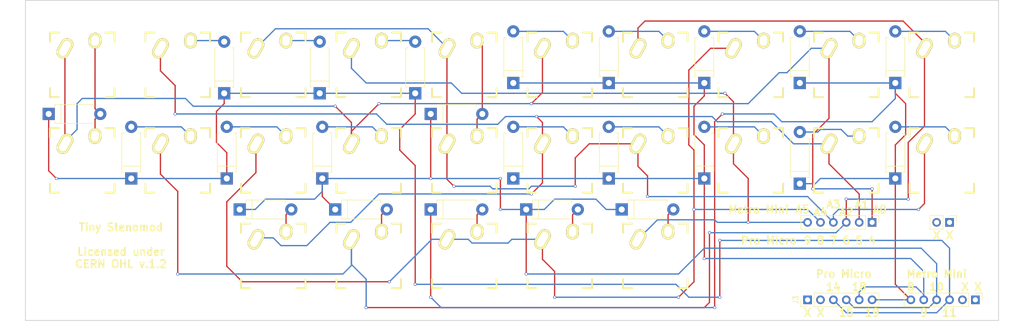
<source format=kicad_pcb>
(kicad_pcb (version 4) (host pcbnew 4.0.7)
  (layers (0 F.Cu signal) (31 B.Cu signal) (34 B.Paste user) (35 F.Paste user) (36 B.SilkS user) (37 F.SilkS user) (38 B.Mask user) (39 F.Mask user) (44 Edge.Cuts user))
  (net 0 "")
  (net 1 "Net-(D1-Pad1)")
  (net 2 "Net-(D1-Pad2)")
  (net 3 "Net-(D2-Pad2)")
  (net 4 "Net-(D13-Pad1)")
  (net 5 "Net-(D3-Pad2)")
  (net 6 "Net-(D4-Pad2)")
  (net 7 "Net-(D5-Pad2)")
  (net 8 "Net-(D21-Pad1)")
  (net 9 "Net-(D6-Pad2)")
  (net 10 "Net-(D7-Pad2)")
  (net 11 "Net-(D8-Pad2)")
  (net 12 "Net-(D9-Pad2)")
  (net 13 "Net-(D10-Pad1)")
  (net 14 "Net-(D10-Pad2)")
  (net 15 "Net-(D11-Pad2)")
  (net 16 "Net-(D12-Pad2)")
  (net 17 "Net-(D13-Pad2)")
  (net 18 "Net-(D14-Pad2)")
  (net 19 "Net-(D15-Pad2)")
  (net 20 "Net-(D16-Pad2)")
  (net 21 "Net-(D17-Pad2)")
  (net 22 "Net-(D18-Pad2)")
  (net 23 "Net-(D19-Pad2)")
  (net 24 "Net-(D20-Pad2)")
  (net 25 "Net-(D21-Pad2)")
  (net 26 "Net-(D22-Pad2)")
  (net 27 "Net-(D23-Pad2)")
  (net 28 "Net-(J1-Pad1)")
  (net 29 "Net-(J1-Pad2)")
  (net 30 "Net-(J1-Pad3)")
  (net 31 "Net-(J1-Pad4)")
  (net 32 "Net-(J1-Pad5)")
  (net 33 "Net-(J1-Pad6)")
  (net 34 "Net-(J2-Pad1)")
  (net 35 "Net-(J2-Pad2)")
  (net 36 "Net-(J3-Pad1)")
  (net 37 "Net-(J3-Pad2)")
  (module Mounting_Holes:MountingHole_2.5mm (layer F.Cu) (at 131.064 92.456)
    (fp_text reference REF** hide)
    (fp_text value MountingHole_2.5mm)
    (pad 1 np_thru_hole circle (at 0 0) (size 2.5 2.5) (drill 2.5) (layers *.Cu *.Mask))
  )
  (module Mounting_Holes:MountingHole_2.5mm (layer F.Cu) (at 195.072 124.46)
    (fp_text reference REF** hide)
    (fp_text value MountingHole_2.5mm)
    (pad 1 np_thru_hole circle (at 0 0) (size 2.5 2.5) (drill 2.5) (layers *.Cu *.Mask))
  )
  (module Mounting_Holes:MountingHole_2.5mm (layer F.Cu) (at 57.404 124.46)
    (fp_text reference REF** hide)
    (fp_text value MountingHole_2.5mm)
    (pad 1 np_thru_hole circle (at 0 0) (size 2.5 2.5) (drill 2.5) (layers *.Cu *.Mask))
  )
  (module Mounting_Holes:MountingHole_2.5mm (layer F.Cu) (at 57.404 67.564)
    (fp_text reference REF** hide)
    (fp_text value MountingHole_2.5mm)
    (pad 1 np_thru_hole circle (at 0 0) (size 2.5 2.5) (drill 2.5) (layers *.Cu *.Mask))
  )
  (module Diodes_ThroughHole:D_DO-15_P10.16mm_Horizontal (layer F.Cu) (at 171.704 105.664)
    (fp_text reference D1 hide)
    (fp_text value D)
    (pad 1 thru_hole rect (at 0 0) (size 2.4 2.4) (drill 1.2) (layers *.Cu *.Mask) (net 1 "Net-(D1-Pad1)"))
    (pad 2 thru_hole oval (at 10.16 0) (size 2.4 2.4) (drill 1.2) (layers *.Cu *.Mask) (net 2 "Net-(D1-Pad2)"))
  )
  (module Diodes_ThroughHole:D_DO-15_P10.16mm_Horizontal (layer F.Cu) (at 152.908 105.664)
    (fp_text reference D2 hide)
    (fp_text value D)
    (pad 1 thru_hole rect (at 0 0) (size 2.4 2.4) (drill 1.2) (layers *.Cu *.Mask) (net 1 "Net-(D1-Pad1)"))
    (pad 2 thru_hole oval (at 10.16 0) (size 2.4 2.4) (drill 1.2) (layers *.Cu *.Mask) (net 3 "Net-(D2-Pad2)"))
  )
  (module Diodes_ThroughHole:D_DO-15_P10.16mm_Horizontal (layer F.Cu) (at 134.112 105.664)
    (fp_text reference D3 hide)
    (fp_text value D)
    (pad 1 thru_hole rect (at 0 0) (size 2.4 2.4) (drill 1.2) (layers *.Cu *.Mask) (net 4 "Net-(D13-Pad1)"))
    (pad 2 thru_hole oval (at 10.16 0) (size 2.4 2.4) (drill 1.2) (layers *.Cu *.Mask) (net 5 "Net-(D3-Pad2)"))
  )
  (module Diodes_ThroughHole:D_DO-15_P10.16mm_Horizontal (layer F.Cu) (at 115.316 105.664)
    (fp_text reference D4 hide)
    (fp_text value D)
    (pad 1 thru_hole rect (at 0 0) (size 2.4 2.4) (drill 1.2) (layers *.Cu *.Mask) (net 1 "Net-(D1-Pad1)"))
    (pad 2 thru_hole oval (at 10.16 0) (size 2.4 2.4) (drill 1.2) (layers *.Cu *.Mask) (net 6 "Net-(D4-Pad2)"))
  )
  (module Diodes_ThroughHole:D_DO-15_P10.16mm_Horizontal (layer F.Cu) (at 96.52 105.664)
    (fp_text reference D5 hide)
    (fp_text value D)
    (pad 1 thru_hole rect (at 0 0) (size 2.4 2.4) (drill 1.2) (layers *.Cu *.Mask) (net 1 "Net-(D1-Pad1)"))
    (pad 2 thru_hole oval (at 10.16 0) (size 2.4 2.4) (drill 1.2) (layers *.Cu *.Mask) (net 7 "Net-(D5-Pad2)"))
  )
  (module Diodes_ThroughHole:D_DO-15_P10.16mm_Horizontal (layer F.Cu) (at 58.928 86.868)
    (fp_text reference D6 hide)
    (fp_text value D)
    (pad 1 thru_hole rect (at 0 0) (size 2.4 2.4) (drill 1.2) (layers *.Cu *.Mask) (net 8 "Net-(D21-Pad1)"))
    (pad 2 thru_hole oval (at 10.16 0) (size 2.4 2.4) (drill 1.2) (layers *.Cu *.Mask) (net 9 "Net-(D6-Pad2)"))
  )
  (module Diodes_ThroughHole:D_DO-15_P10.16mm_Horizontal (layer F.Cu) (at 75.184 99.568 90)
    (fp_text reference D7 hide)
    (fp_text value D)
    (pad 1 thru_hole rect (at 0 0 90) (size 2.4 2.4) (drill 1.2) (layers *.Cu *.Mask) (net 8 "Net-(D21-Pad1)"))
    (pad 2 thru_hole oval (at 10.16 0 90) (size 2.4 2.4) (drill 1.2) (layers *.Cu *.Mask) (net 10 "Net-(D7-Pad2)"))
  )
  (module Diodes_ThroughHole:D_DO-15_P10.16mm_Horizontal (layer F.Cu) (at 93.98 99.568 90)
    (fp_text reference D8 hide)
    (fp_text value D)
    (pad 1 thru_hole rect (at 0 0 90) (size 2.4 2.4) (drill 1.2) (layers *.Cu *.Mask) (net 8 "Net-(D21-Pad1)"))
    (pad 2 thru_hole oval (at 10.16 0 90) (size 2.4 2.4) (drill 1.2) (layers *.Cu *.Mask) (net 11 "Net-(D8-Pad2)"))
  )
  (module Diodes_ThroughHole:D_DO-15_P10.16mm_Horizontal (layer F.Cu) (at 112.776 99.568 90)
    (fp_text reference D9 hide)
    (fp_text value D)
    (pad 1 thru_hole rect (at 0 0 90) (size 2.4 2.4) (drill 1.2) (layers *.Cu *.Mask) (net 1 "Net-(D1-Pad1)"))
    (pad 2 thru_hole oval (at 10.16 0 90) (size 2.4 2.4) (drill 1.2) (layers *.Cu *.Mask) (net 12 "Net-(D9-Pad2)"))
  )
  (module Diodes_ThroughHole:D_DO-15_P10.16mm_Horizontal (layer F.Cu) (at 150.368 99.568 90)
    (fp_text reference D10 hide)
    (fp_text value D)
    (pad 1 thru_hole rect (at 0 0 90) (size 2.4 2.4) (drill 1.2) (layers *.Cu *.Mask) (net 13 "Net-(D10-Pad1)"))
    (pad 2 thru_hole oval (at 10.16 0 90) (size 2.4 2.4) (drill 1.2) (layers *.Cu *.Mask) (net 14 "Net-(D10-Pad2)"))
  )
  (module Diodes_ThroughHole:D_DO-15_P10.16mm_Horizontal (layer F.Cu) (at 169.164 99.568 90)
    (fp_text reference D11 hide)
    (fp_text value D)
    (pad 1 thru_hole rect (at 0 0 90) (size 2.4 2.4) (drill 1.2) (layers *.Cu *.Mask) (net 13 "Net-(D10-Pad1)"))
    (pad 2 thru_hole oval (at 10.16 0 90) (size 2.4 2.4) (drill 1.2) (layers *.Cu *.Mask) (net 15 "Net-(D11-Pad2)"))
  )
  (module Diodes_ThroughHole:D_DO-15_P10.16mm_Horizontal (layer F.Cu) (at 187.96 99.568 90)
    (fp_text reference D12 hide)
    (fp_text value D)
    (pad 1 thru_hole rect (at 0 0 90) (size 2.4 2.4) (drill 1.2) (layers *.Cu *.Mask) (net 13 "Net-(D10-Pad1)"))
    (pad 2 thru_hole oval (at 10.16 0 90) (size 2.4 2.4) (drill 1.2) (layers *.Cu *.Mask) (net 16 "Net-(D12-Pad2)"))
  )
  (module Diodes_ThroughHole:D_DO-15_P10.16mm_Horizontal (layer F.Cu) (at 206.756 100.584 90)
    (fp_text reference D13 hide)
    (fp_text value D)
    (pad 1 thru_hole rect (at 0 0 90) (size 2.4 2.4) (drill 1.2) (layers *.Cu *.Mask) (net 4 "Net-(D13-Pad1)"))
    (pad 2 thru_hole oval (at 10.16 0 90) (size 2.4 2.4) (drill 1.2) (layers *.Cu *.Mask) (net 17 "Net-(D13-Pad2)"))
  )
  (module Diodes_ThroughHole:D_DO-15_P10.16mm_Horizontal (layer F.Cu) (at 225.552 99.568 90)
    (fp_text reference D14 hide)
    (fp_text value D)
    (pad 1 thru_hole rect (at 0 0 90) (size 2.4 2.4) (drill 1.2) (layers *.Cu *.Mask) (net 4 "Net-(D13-Pad1)"))
    (pad 2 thru_hole oval (at 10.16 0 90) (size 2.4 2.4) (drill 1.2) (layers *.Cu *.Mask) (net 18 "Net-(D14-Pad2)"))
  )
  (module Diodes_ThroughHole:D_DO-15_P10.16mm_Horizontal (layer F.Cu) (at 225.552 80.772 90)
    (fp_text reference D15 hide)
    (fp_text value D)
    (pad 1 thru_hole rect (at 0 0 90) (size 2.4 2.4) (drill 1.2) (layers *.Cu *.Mask) (net 4 "Net-(D13-Pad1)"))
    (pad 2 thru_hole oval (at 10.16 0 90) (size 2.4 2.4) (drill 1.2) (layers *.Cu *.Mask) (net 19 "Net-(D15-Pad2)"))
  )
  (module Diodes_ThroughHole:D_DO-15_P10.16mm_Horizontal (layer F.Cu) (at 206.756 80.772 90)
    (fp_text reference D16 hide)
    (fp_text value D)
    (pad 1 thru_hole rect (at 0 0 90) (size 2.4 2.4) (drill 1.2) (layers *.Cu *.Mask) (net 4 "Net-(D13-Pad1)"))
    (pad 2 thru_hole oval (at 10.16 0 90) (size 2.4 2.4) (drill 1.2) (layers *.Cu *.Mask) (net 20 "Net-(D16-Pad2)"))
  )
  (module Diodes_ThroughHole:D_DO-15_P10.16mm_Horizontal (layer F.Cu) (at 187.96 80.772 90)
    (fp_text reference D17 hide)
    (fp_text value D)
    (pad 1 thru_hole rect (at 0 0 90) (size 2.4 2.4) (drill 1.2) (layers *.Cu *.Mask) (net 13 "Net-(D10-Pad1)"))
    (pad 2 thru_hole oval (at 10.16 0 90) (size 2.4 2.4) (drill 1.2) (layers *.Cu *.Mask) (net 21 "Net-(D17-Pad2)"))
  )
  (module Diodes_ThroughHole:D_DO-15_P10.16mm_Horizontal (layer F.Cu) (at 169.164 80.772 90)
    (fp_text reference D18 hide)
    (fp_text value D)
    (pad 1 thru_hole rect (at 0 0 90) (size 2.4 2.4) (drill 1.2) (layers *.Cu *.Mask) (net 13 "Net-(D10-Pad1)"))
    (pad 2 thru_hole oval (at 10.16 0 90) (size 2.4 2.4) (drill 1.2) (layers *.Cu *.Mask) (net 22 "Net-(D18-Pad2)"))
  )
  (module Diodes_ThroughHole:D_DO-15_P10.16mm_Horizontal (layer F.Cu) (at 150.368 80.772 90)
    (fp_text reference D19 hide)
    (fp_text value D)
    (pad 1 thru_hole rect (at 0 0 90) (size 2.4 2.4) (drill 1.2) (layers *.Cu *.Mask) (net 13 "Net-(D10-Pad1)"))
    (pad 2 thru_hole oval (at 10.16 0 90) (size 2.4 2.4) (drill 1.2) (layers *.Cu *.Mask) (net 23 "Net-(D19-Pad2)"))
  )
  (module Diodes_ThroughHole:D_DO-15_P10.16mm_Horizontal (layer F.Cu) (at 134.112 86.868)
    (fp_text reference D20 hide)
    (fp_text value D)
    (pad 1 thru_hole rect (at 0 0) (size 2.4 2.4) (drill 1.2) (layers *.Cu *.Mask) (net 1 "Net-(D1-Pad1)"))
    (pad 2 thru_hole oval (at 10.16 0) (size 2.4 2.4) (drill 1.2) (layers *.Cu *.Mask) (net 24 "Net-(D20-Pad2)"))
  )
  (module Diodes_ThroughHole:D_DO-15_P10.16mm_Horizontal (layer F.Cu) (at 131.064 82.804 90)
    (fp_text reference D21 hide)
    (fp_text value D)
    (pad 1 thru_hole rect (at 0 0 90) (size 2.4 2.4) (drill 1.2) (layers *.Cu *.Mask) (net 8 "Net-(D21-Pad1)"))
    (pad 2 thru_hole oval (at 10.16 0 90) (size 2.4 2.4) (drill 1.2) (layers *.Cu *.Mask) (net 25 "Net-(D21-Pad2)"))
  )
  (module Diodes_ThroughHole:D_DO-15_P10.16mm_Horizontal (layer F.Cu) (at 112.268 82.804 90)
    (fp_text reference D22 hide)
    (fp_text value D)
    (pad 1 thru_hole rect (at 0 0 90) (size 2.4 2.4) (drill 1.2) (layers *.Cu *.Mask) (net 8 "Net-(D21-Pad1)"))
    (pad 2 thru_hole oval (at 10.16 0 90) (size 2.4 2.4) (drill 1.2) (layers *.Cu *.Mask) (net 26 "Net-(D22-Pad2)"))
  )
  (module Diodes_ThroughHole:D_DO-15_P10.16mm_Horizontal (layer F.Cu) (at 93.472 82.804 90)
    (fp_text reference D23 hide)
    (fp_text value D)
    (pad 1 thru_hole rect (at 0 0 90) (size 2.4 2.4) (drill 1.2) (layers *.Cu *.Mask) (net 8 "Net-(D21-Pad1)"))
    (pad 2 thru_hole oval (at 10.16 0 90) (size 2.4 2.4) (drill 1.2) (layers *.Cu *.Mask) (net 27 "Net-(D23-Pad2)"))
  )
  (module Pin_Headers:Pin_Header_Straight_1x06_Pitch2.54mm (layer F.Cu) (at 220.98 108.204 270)
    (fp_text reference J1 hide)
    (fp_text value Conn_01x06)
    (pad 1 thru_hole rect (at 0 0 270) (size 1.7 1.7) (drill 1) (layers *.Cu *.Mask) (net 28 "Net-(J1-Pad1)"))
    (pad 2 thru_hole oval (at 0 2.54 270) (size 1.7 1.7) (drill 1) (layers *.Cu *.Mask) (net 29 "Net-(J1-Pad2)"))
    (pad 3 thru_hole oval (at 0 5.08 270) (size 1.7 1.7) (drill 1) (layers *.Cu *.Mask) (net 30 "Net-(J1-Pad3)"))
    (pad 4 thru_hole oval (at 0 7.62 270) (size 1.7 1.7) (drill 1) (layers *.Cu *.Mask) (net 31 "Net-(J1-Pad4)"))
    (pad 5 thru_hole oval (at 0 10.16 270) (size 1.7 1.7) (drill 1) (layers *.Cu *.Mask) (net 32 "Net-(J1-Pad5)"))
    (pad 6 thru_hole oval (at 0 12.7 270) (size 1.7 1.7) (drill 1) (layers *.Cu *.Mask) (net 33 "Net-(J1-Pad6)"))
  )
  (module Pin_Headers:Pin_Header_Straight_1x06_Pitch2.54mm (layer F.Cu) (at 241.3 123.444 270)
    (fp_text reference J2 hide)
    (fp_text value Conn_01x06)
    (pad 1 thru_hole rect (at 0 0 270) (size 1.7 1.7) (drill 1) (layers *.Cu *.Mask) (net 34 "Net-(J2-Pad1)"))
    (pad 2 thru_hole oval (at 0 2.54 270) (size 1.7 1.7) (drill 1) (layers *.Cu *.Mask) (net 35 "Net-(J2-Pad2)"))
    (pad 3 thru_hole oval (at 0 5.08 270) (size 1.7 1.7) (drill 1) (layers *.Cu *.Mask) (net 8 "Net-(D21-Pad1)"))
    (pad 4 thru_hole oval (at 0 7.62 270) (size 1.7 1.7) (drill 1) (layers *.Cu *.Mask) (net 1 "Net-(D1-Pad1)"))
    (pad 5 thru_hole oval (at 0 10.16 270) (size 1.7 1.7) (drill 1) (layers *.Cu *.Mask) (net 13 "Net-(D10-Pad1)"))
    (pad 6 thru_hole oval (at 0 12.7 270) (size 1.7 1.7) (drill 1) (layers *.Cu *.Mask) (net 4 "Net-(D13-Pad1)"))
  )
  (module keebs:Mx_Alps_100 (layer F.Cu) (at 178.308 114.808)
    (fp_text reference K1 hide)
    (fp_text value KEYSW hide)
    (pad HOLE np_thru_hole circle (at 0 0) (size 3.9878 3.9878) (drill 3.9878) (layers *.Cu))
    (pad HOLE np_thru_hole circle (at -5.08 0) (size 1.7018 1.7018) (drill 1.7018) (layers *.Cu))
    (pad HOLE np_thru_hole circle (at 5.08 0) (size 1.7018 1.7018) (drill 1.7018) (layers *.Cu))
    (pad 1 thru_hole oval (at -3.405 -3.27 330.95) (size 2.5 4.17) (drill oval 1.5 3.17) (layers *.Cu *.Mask F.SilkS) (net 33 "Net-(J1-Pad6)"))
    (pad 2 thru_hole oval (at 2.52 -4.79 356.1) (size 2.5 3.08) (drill oval 1.5 2.08) (layers *.Cu *.Mask F.SilkS) (net 2 "Net-(D1-Pad2)"))
  )
  (module keebs:Mx_Alps_100 (layer F.Cu) (at 159.512 114.808)
    (fp_text reference K2 hide)
    (fp_text value KEYSW hide)
    (pad HOLE np_thru_hole circle (at 0 0) (size 3.9878 3.9878) (drill 3.9878) (layers *.Cu))
    (pad HOLE np_thru_hole circle (at -5.08 0) (size 1.7018 1.7018) (drill 1.7018) (layers *.Cu))
    (pad HOLE np_thru_hole circle (at 5.08 0) (size 1.7018 1.7018) (drill 1.7018) (layers *.Cu))
    (pad 1 thru_hole oval (at -3.405 -3.27 330.95) (size 2.5 4.17) (drill oval 1.5 3.17) (layers *.Cu *.Mask F.SilkS) (net 32 "Net-(J1-Pad5)"))
    (pad 2 thru_hole oval (at 2.52 -4.79 356.1) (size 2.5 3.08) (drill oval 1.5 2.08) (layers *.Cu *.Mask F.SilkS) (net 3 "Net-(D2-Pad2)"))
  )
  (module keebs:Mx_Alps_100 (layer F.Cu) (at 140.716 114.808)
    (fp_text reference K3 hide)
    (fp_text value KEYSW hide)
    (pad HOLE np_thru_hole circle (at 0 0) (size 3.9878 3.9878) (drill 3.9878) (layers *.Cu))
    (pad HOLE np_thru_hole circle (at -5.08 0) (size 1.7018 1.7018) (drill 1.7018) (layers *.Cu))
    (pad HOLE np_thru_hole circle (at 5.08 0) (size 1.7018 1.7018) (drill 1.7018) (layers *.Cu))
    (pad 1 thru_hole oval (at -3.405 -3.27 330.95) (size 2.5 4.17) (drill oval 1.5 3.17) (layers *.Cu *.Mask F.SilkS) (net 32 "Net-(J1-Pad5)"))
    (pad 2 thru_hole oval (at 2.52 -4.79 356.1) (size 2.5 3.08) (drill oval 1.5 2.08) (layers *.Cu *.Mask F.SilkS) (net 5 "Net-(D3-Pad2)"))
  )
  (module keebs:Mx_Alps_100 (layer F.Cu) (at 121.92 114.808)
    (fp_text reference K4 hide)
    (fp_text value KEYSW hide)
    (pad HOLE np_thru_hole circle (at 0 0) (size 3.9878 3.9878) (drill 3.9878) (layers *.Cu))
    (pad HOLE np_thru_hole circle (at -5.08 0) (size 1.7018 1.7018) (drill 1.7018) (layers *.Cu))
    (pad HOLE np_thru_hole circle (at 5.08 0) (size 1.7018 1.7018) (drill 1.7018) (layers *.Cu))
    (pad 1 thru_hole oval (at -3.405 -3.27 330.95) (size 2.5 4.17) (drill oval 1.5 3.17) (layers *.Cu *.Mask F.SilkS) (net 30 "Net-(J1-Pad3)"))
    (pad 2 thru_hole oval (at 2.52 -4.79 356.1) (size 2.5 3.08) (drill oval 1.5 2.08) (layers *.Cu *.Mask F.SilkS) (net 6 "Net-(D4-Pad2)"))
  )
  (module keebs:Mx_Alps_100 (layer F.Cu) (at 103.124 114.808)
    (fp_text reference K5 hide)
    (fp_text value KEYSW hide)
    (pad HOLE np_thru_hole circle (at 0 0) (size 3.9878 3.9878) (drill 3.9878) (layers *.Cu))
    (pad HOLE np_thru_hole circle (at -5.08 0) (size 1.7018 1.7018) (drill 1.7018) (layers *.Cu))
    (pad HOLE np_thru_hole circle (at 5.08 0) (size 1.7018 1.7018) (drill 1.7018) (layers *.Cu))
    (pad 1 thru_hole oval (at -3.405 -3.27 330.95) (size 2.5 4.17) (drill oval 1.5 3.17) (layers *.Cu *.Mask F.SilkS) (net 29 "Net-(J1-Pad2)"))
    (pad 2 thru_hole oval (at 2.52 -4.79 356.1) (size 2.5 3.08) (drill oval 1.5 2.08) (layers *.Cu *.Mask F.SilkS) (net 7 "Net-(D5-Pad2)"))
  )
  (module keebs:Mx_Alps_100 (layer F.Cu) (at 65.532 96.012)
    (fp_text reference K6 hide)
    (fp_text value KEYSW hide)
    (pad HOLE np_thru_hole circle (at 0 0) (size 3.9878 3.9878) (drill 3.9878) (layers *.Cu))
    (pad HOLE np_thru_hole circle (at -5.08 0) (size 1.7018 1.7018) (drill 1.7018) (layers *.Cu))
    (pad HOLE np_thru_hole circle (at 5.08 0) (size 1.7018 1.7018) (drill 1.7018) (layers *.Cu))
    (pad 1 thru_hole oval (at -3.405 -3.27 330.95) (size 2.5 4.17) (drill oval 1.5 3.17) (layers *.Cu *.Mask F.SilkS) (net 28 "Net-(J1-Pad1)"))
    (pad 2 thru_hole oval (at 2.52 -4.79 356.1) (size 2.5 3.08) (drill oval 1.5 2.08) (layers *.Cu *.Mask F.SilkS) (net 9 "Net-(D6-Pad2)"))
  )
  (module keebs:Mx_Alps_100 (layer F.Cu) (at 84.328 96.012)
    (fp_text reference K7 hide)
    (fp_text value KEYSW hide)
    (pad HOLE np_thru_hole circle (at 0 0) (size 3.9878 3.9878) (drill 3.9878) (layers *.Cu))
    (pad HOLE np_thru_hole circle (at -5.08 0) (size 1.7018 1.7018) (drill 1.7018) (layers *.Cu))
    (pad HOLE np_thru_hole circle (at 5.08 0) (size 1.7018 1.7018) (drill 1.7018) (layers *.Cu))
    (pad 1 thru_hole oval (at -3.405 -3.27 330.95) (size 2.5 4.17) (drill oval 1.5 3.17) (layers *.Cu *.Mask F.SilkS) (net 30 "Net-(J1-Pad3)"))
    (pad 2 thru_hole oval (at 2.52 -4.79 356.1) (size 2.5 3.08) (drill oval 1.5 2.08) (layers *.Cu *.Mask F.SilkS) (net 10 "Net-(D7-Pad2)"))
  )
  (module keebs:Mx_Alps_100 (layer F.Cu) (at 103.124 96.012)
    (fp_text reference K8 hide)
    (fp_text value KEYSW hide)
    (pad HOLE np_thru_hole circle (at 0 0) (size 3.9878 3.9878) (drill 3.9878) (layers *.Cu))
    (pad HOLE np_thru_hole circle (at -5.08 0) (size 1.7018 1.7018) (drill 1.7018) (layers *.Cu))
    (pad HOLE np_thru_hole circle (at 5.08 0) (size 1.7018 1.7018) (drill 1.7018) (layers *.Cu))
    (pad 1 thru_hole oval (at -3.405 -3.27 330.95) (size 2.5 4.17) (drill oval 1.5 3.17) (layers *.Cu *.Mask F.SilkS) (net 32 "Net-(J1-Pad5)"))
    (pad 2 thru_hole oval (at 2.52 -4.79 356.1) (size 2.5 3.08) (drill oval 1.5 2.08) (layers *.Cu *.Mask F.SilkS) (net 11 "Net-(D8-Pad2)"))
  )
  (module keebs:Mx_Alps_100 (layer F.Cu) (at 121.92 96.012)
    (fp_text reference K9 hide)
    (fp_text value KEYSW hide)
    (pad HOLE np_thru_hole circle (at 0 0) (size 3.9878 3.9878) (drill 3.9878) (layers *.Cu))
    (pad HOLE np_thru_hole circle (at -5.08 0) (size 1.7018 1.7018) (drill 1.7018) (layers *.Cu))
    (pad HOLE np_thru_hole circle (at 5.08 0) (size 1.7018 1.7018) (drill 1.7018) (layers *.Cu))
    (pad 1 thru_hole oval (at -3.405 -3.27 330.95) (size 2.5 4.17) (drill oval 1.5 3.17) (layers *.Cu *.Mask F.SilkS) (net 28 "Net-(J1-Pad1)"))
    (pad 2 thru_hole oval (at 2.52 -4.79 356.1) (size 2.5 3.08) (drill oval 1.5 2.08) (layers *.Cu *.Mask F.SilkS) (net 12 "Net-(D9-Pad2)"))
  )
  (module keebs:Mx_Alps_100 (layer F.Cu) (at 159.512 96.012)
    (fp_text reference K10 hide)
    (fp_text value KEYSW hide)
    (pad HOLE np_thru_hole circle (at 0 0) (size 3.9878 3.9878) (drill 3.9878) (layers *.Cu))
    (pad HOLE np_thru_hole circle (at -5.08 0) (size 1.7018 1.7018) (drill 1.7018) (layers *.Cu))
    (pad HOLE np_thru_hole circle (at 5.08 0) (size 1.7018 1.7018) (drill 1.7018) (layers *.Cu))
    (pad 1 thru_hole oval (at -3.405 -3.27 330.95) (size 2.5 4.17) (drill oval 1.5 3.17) (layers *.Cu *.Mask F.SilkS) (net 29 "Net-(J1-Pad2)"))
    (pad 2 thru_hole oval (at 2.52 -4.79 356.1) (size 2.5 3.08) (drill oval 1.5 2.08) (layers *.Cu *.Mask F.SilkS) (net 14 "Net-(D10-Pad2)"))
  )
  (module keebs:Mx_Alps_100 (layer F.Cu) (at 178.308 96.012)
    (fp_text reference K11 hide)
    (fp_text value KEYSW hide)
    (pad HOLE np_thru_hole circle (at 0 0) (size 3.9878 3.9878) (drill 3.9878) (layers *.Cu))
    (pad HOLE np_thru_hole circle (at -5.08 0) (size 1.7018 1.7018) (drill 1.7018) (layers *.Cu))
    (pad HOLE np_thru_hole circle (at 5.08 0) (size 1.7018 1.7018) (drill 1.7018) (layers *.Cu))
    (pad 1 thru_hole oval (at -3.405 -3.27 330.95) (size 2.5 4.17) (drill oval 1.5 3.17) (layers *.Cu *.Mask F.SilkS) (net 31 "Net-(J1-Pad4)"))
    (pad 2 thru_hole oval (at 2.52 -4.79 356.1) (size 2.5 3.08) (drill oval 1.5 2.08) (layers *.Cu *.Mask F.SilkS) (net 15 "Net-(D11-Pad2)"))
  )
  (module keebs:Mx_Alps_100 (layer F.Cu) (at 197.104 96.012)
    (fp_text reference K12 hide)
    (fp_text value KEYSW hide)
    (pad HOLE np_thru_hole circle (at 0 0) (size 3.9878 3.9878) (drill 3.9878) (layers *.Cu))
    (pad HOLE np_thru_hole circle (at -5.08 0) (size 1.7018 1.7018) (drill 1.7018) (layers *.Cu))
    (pad HOLE np_thru_hole circle (at 5.08 0) (size 1.7018 1.7018) (drill 1.7018) (layers *.Cu))
    (pad 1 thru_hole oval (at -3.405 -3.27 330.95) (size 2.5 4.17) (drill oval 1.5 3.17) (layers *.Cu *.Mask F.SilkS) (net 33 "Net-(J1-Pad6)"))
    (pad 2 thru_hole oval (at 2.52 -4.79 356.1) (size 2.5 3.08) (drill oval 1.5 2.08) (layers *.Cu *.Mask F.SilkS) (net 16 "Net-(D12-Pad2)"))
  )
  (module keebs:Mx_Alps_100 (layer F.Cu) (at 215.9 96.012)
    (fp_text reference K13 hide)
    (fp_text value KEYSW hide)
    (pad HOLE np_thru_hole circle (at 0 0) (size 3.9878 3.9878) (drill 3.9878) (layers *.Cu))
    (pad HOLE np_thru_hole circle (at -5.08 0) (size 1.7018 1.7018) (drill 1.7018) (layers *.Cu))
    (pad HOLE np_thru_hole circle (at 5.08 0) (size 1.7018 1.7018) (drill 1.7018) (layers *.Cu))
    (pad 1 thru_hole oval (at -3.405 -3.27 330.95) (size 2.5 4.17) (drill oval 1.5 3.17) (layers *.Cu *.Mask F.SilkS) (net 29 "Net-(J1-Pad2)"))
    (pad 2 thru_hole oval (at 2.52 -4.79 356.1) (size 2.5 3.08) (drill oval 1.5 2.08) (layers *.Cu *.Mask F.SilkS) (net 17 "Net-(D13-Pad2)"))
  )
  (module keebs:Mx_Alps_100 (layer F.Cu) (at 234.696 96.012)
    (fp_text reference K14 hide)
    (fp_text value KEYSW hide)
    (pad HOLE np_thru_hole circle (at 0 0) (size 3.9878 3.9878) (drill 3.9878) (layers *.Cu))
    (pad HOLE np_thru_hole circle (at -5.08 0) (size 1.7018 1.7018) (drill 1.7018) (layers *.Cu))
    (pad HOLE np_thru_hole circle (at 5.08 0) (size 1.7018 1.7018) (drill 1.7018) (layers *.Cu))
    (pad 1 thru_hole oval (at -3.405 -3.27 330.95) (size 2.5 4.17) (drill oval 1.5 3.17) (layers *.Cu *.Mask F.SilkS) (net 31 "Net-(J1-Pad4)"))
    (pad 2 thru_hole oval (at 2.52 -4.79 356.1) (size 2.5 3.08) (drill oval 1.5 2.08) (layers *.Cu *.Mask F.SilkS) (net 18 "Net-(D14-Pad2)"))
  )
  (module keebs:Mx_Alps_100 (layer F.Cu) (at 234.696 77.216)
    (fp_text reference K15 hide)
    (fp_text value KEYSW hide)
    (pad HOLE np_thru_hole circle (at 0 0) (size 3.9878 3.9878) (drill 3.9878) (layers *.Cu))
    (pad HOLE np_thru_hole circle (at -5.08 0) (size 1.7018 1.7018) (drill 1.7018) (layers *.Cu))
    (pad HOLE np_thru_hole circle (at 5.08 0) (size 1.7018 1.7018) (drill 1.7018) (layers *.Cu))
    (pad 1 thru_hole oval (at -3.405 -3.27 330.95) (size 2.5 4.17) (drill oval 1.5 3.17) (layers *.Cu *.Mask F.SilkS) (net 30 "Net-(J1-Pad3)"))
    (pad 2 thru_hole oval (at 2.52 -4.79 356.1) (size 2.5 3.08) (drill oval 1.5 2.08) (layers *.Cu *.Mask F.SilkS) (net 19 "Net-(D15-Pad2)"))
  )
  (module keebs:Mx_Alps_100 (layer F.Cu) (at 215.9 77.216)
    (fp_text reference K16 hide)
    (fp_text value KEYSW hide)
    (pad HOLE np_thru_hole circle (at 0 0) (size 3.9878 3.9878) (drill 3.9878) (layers *.Cu))
    (pad HOLE np_thru_hole circle (at -5.08 0) (size 1.7018 1.7018) (drill 1.7018) (layers *.Cu))
    (pad HOLE np_thru_hole circle (at 5.08 0) (size 1.7018 1.7018) (drill 1.7018) (layers *.Cu))
    (pad 1 thru_hole oval (at -3.405 -3.27 330.95) (size 2.5 4.17) (drill oval 1.5 3.17) (layers *.Cu *.Mask F.SilkS) (net 28 "Net-(J1-Pad1)"))
    (pad 2 thru_hole oval (at 2.52 -4.79 356.1) (size 2.5 3.08) (drill oval 1.5 2.08) (layers *.Cu *.Mask F.SilkS) (net 20 "Net-(D16-Pad2)"))
  )
  (module keebs:Mx_Alps_100 (layer F.Cu) (at 197.104 77.216)
    (fp_text reference K17 hide)
    (fp_text value KEYSW hide)
    (pad HOLE np_thru_hole circle (at 0 0) (size 3.9878 3.9878) (drill 3.9878) (layers *.Cu))
    (pad HOLE np_thru_hole circle (at -5.08 0) (size 1.7018 1.7018) (drill 1.7018) (layers *.Cu))
    (pad HOLE np_thru_hole circle (at 5.08 0) (size 1.7018 1.7018) (drill 1.7018) (layers *.Cu))
    (pad 1 thru_hole oval (at -3.405 -3.27 330.95) (size 2.5 4.17) (drill oval 1.5 3.17) (layers *.Cu *.Mask F.SilkS) (net 32 "Net-(J1-Pad5)"))
    (pad 2 thru_hole oval (at 2.52 -4.79 356.1) (size 2.5 3.08) (drill oval 1.5 2.08) (layers *.Cu *.Mask F.SilkS) (net 21 "Net-(D17-Pad2)"))
  )
  (module keebs:Mx_Alps_100 (layer F.Cu) (at 178.308 77.216)
    (fp_text reference K18 hide)
    (fp_text value KEYSW hide)
    (pad HOLE np_thru_hole circle (at 0 0) (size 3.9878 3.9878) (drill 3.9878) (layers *.Cu))
    (pad HOLE np_thru_hole circle (at -5.08 0) (size 1.7018 1.7018) (drill 1.7018) (layers *.Cu))
    (pad HOLE np_thru_hole circle (at 5.08 0) (size 1.7018 1.7018) (drill 1.7018) (layers *.Cu))
    (pad 1 thru_hole oval (at -3.405 -3.27 330.95) (size 2.5 4.17) (drill oval 1.5 3.17) (layers *.Cu *.Mask F.SilkS) (net 30 "Net-(J1-Pad3)"))
    (pad 2 thru_hole oval (at 2.52 -4.79 356.1) (size 2.5 3.08) (drill oval 1.5 2.08) (layers *.Cu *.Mask F.SilkS) (net 22 "Net-(D18-Pad2)"))
  )
  (module keebs:Mx_Alps_100 (layer F.Cu) (at 159.512 77.216)
    (fp_text reference K19 hide)
    (fp_text value KEYSW hide)
    (pad HOLE np_thru_hole circle (at 0 0) (size 3.9878 3.9878) (drill 3.9878) (layers *.Cu))
    (pad HOLE np_thru_hole circle (at -5.08 0) (size 1.7018 1.7018) (drill 1.7018) (layers *.Cu))
    (pad HOLE np_thru_hole circle (at 5.08 0) (size 1.7018 1.7018) (drill 1.7018) (layers *.Cu))
    (pad 1 thru_hole oval (at -3.405 -3.27 330.95) (size 2.5 4.17) (drill oval 1.5 3.17) (layers *.Cu *.Mask F.SilkS) (net 28 "Net-(J1-Pad1)"))
    (pad 2 thru_hole oval (at 2.52 -4.79 356.1) (size 2.5 3.08) (drill oval 1.5 2.08) (layers *.Cu *.Mask F.SilkS) (net 23 "Net-(D19-Pad2)"))
  )
  (module keebs:Mx_Alps_100 (layer F.Cu) (at 140.716 77.216)
    (fp_text reference K20 hide)
    (fp_text value KEYSW hide)
    (pad HOLE np_thru_hole circle (at 0 0) (size 3.9878 3.9878) (drill 3.9878) (layers *.Cu))
    (pad HOLE np_thru_hole circle (at -5.08 0) (size 1.7018 1.7018) (drill 1.7018) (layers *.Cu))
    (pad HOLE np_thru_hole circle (at 5.08 0) (size 1.7018 1.7018) (drill 1.7018) (layers *.Cu))
    (pad 1 thru_hole oval (at -3.405 -3.27 330.95) (size 2.5 4.17) (drill oval 1.5 3.17) (layers *.Cu *.Mask F.SilkS) (net 31 "Net-(J1-Pad4)"))
    (pad 2 thru_hole oval (at 2.52 -4.79 356.1) (size 2.5 3.08) (drill oval 1.5 2.08) (layers *.Cu *.Mask F.SilkS) (net 24 "Net-(D20-Pad2)"))
  )
  (module keebs:Mx_Alps_100 (layer F.Cu) (at 121.92 77.216)
    (fp_text reference K21 hide)
    (fp_text value KEYSW hide)
    (pad HOLE np_thru_hole circle (at 0 0) (size 3.9878 3.9878) (drill 3.9878) (layers *.Cu))
    (pad HOLE np_thru_hole circle (at -5.08 0) (size 1.7018 1.7018) (drill 1.7018) (layers *.Cu))
    (pad HOLE np_thru_hole circle (at 5.08 0) (size 1.7018 1.7018) (drill 1.7018) (layers *.Cu))
    (pad 1 thru_hole oval (at -3.405 -3.27 330.95) (size 2.5 4.17) (drill oval 1.5 3.17) (layers *.Cu *.Mask F.SilkS) (net 33 "Net-(J1-Pad6)"))
    (pad 2 thru_hole oval (at 2.52 -4.79 356.1) (size 2.5 3.08) (drill oval 1.5 2.08) (layers *.Cu *.Mask F.SilkS) (net 25 "Net-(D21-Pad2)"))
  )
  (module keebs:Mx_Alps_100 (layer F.Cu) (at 103.124 77.216)
    (fp_text reference K22 hide)
    (fp_text value KEYSW hide)
    (pad HOLE np_thru_hole circle (at 0 0) (size 3.9878 3.9878) (drill 3.9878) (layers *.Cu))
    (pad HOLE np_thru_hole circle (at -5.08 0) (size 1.7018 1.7018) (drill 1.7018) (layers *.Cu))
    (pad HOLE np_thru_hole circle (at 5.08 0) (size 1.7018 1.7018) (drill 1.7018) (layers *.Cu))
    (pad 1 thru_hole oval (at -3.405 -3.27 330.95) (size 2.5 4.17) (drill oval 1.5 3.17) (layers *.Cu *.Mask F.SilkS) (net 31 "Net-(J1-Pad4)"))
    (pad 2 thru_hole oval (at 2.52 -4.79 356.1) (size 2.5 3.08) (drill oval 1.5 2.08) (layers *.Cu *.Mask F.SilkS) (net 26 "Net-(D22-Pad2)"))
  )
  (module keebs:Mx_Alps_100 (layer F.Cu) (at 84.328 77.216)
    (fp_text reference K23 hide)
    (fp_text value KEYSW hide)
    (pad HOLE np_thru_hole circle (at 0 0) (size 3.9878 3.9878) (drill 3.9878) (layers *.Cu))
    (pad HOLE np_thru_hole circle (at -5.08 0) (size 1.7018 1.7018) (drill 1.7018) (layers *.Cu))
    (pad HOLE np_thru_hole circle (at 5.08 0) (size 1.7018 1.7018) (drill 1.7018) (layers *.Cu))
    (pad 1 thru_hole oval (at -3.405 -3.27 330.95) (size 2.5 4.17) (drill oval 1.5 3.17) (layers *.Cu *.Mask F.SilkS) (net 29 "Net-(J1-Pad2)"))
    (pad 2 thru_hole oval (at 2.52 -4.79 356.1) (size 2.5 3.08) (drill oval 1.5 2.08) (layers *.Cu *.Mask F.SilkS) (net 27 "Net-(D23-Pad2)"))
  )
  (module keebs:Mx_Alps_100 (layer F.Cu) (at 65.532 77.216)
    (fp_text reference K24 hide)
    (fp_text value KEYSW hide)
    (pad HOLE np_thru_hole circle (at 0 0) (size 3.9878 3.9878) (drill 3.9878) (layers *.Cu))
    (pad HOLE np_thru_hole circle (at -5.08 0) (size 1.7018 1.7018) (drill 1.7018) (layers *.Cu))
    (pad HOLE np_thru_hole circle (at 5.08 0) (size 1.7018 1.7018) (drill 1.7018) (layers *.Cu))
    (pad 1 thru_hole oval (at -3.405 -3.27 330.95) (size 2.5 4.17) (drill oval 1.5 3.17) (layers *.Cu *.Mask F.SilkS) (net 28 "Net-(J1-Pad1)"))
    (pad 2 thru_hole oval (at 2.52 -4.79 356.1) (size 2.5 3.08) (drill oval 1.5 2.08) (layers *.Cu *.Mask F.SilkS) (net 9 "Net-(D6-Pad2)"))
  )
  (module keebs:Mx_Alps_100 (layer F.Cu) (at 140.716 96.012)
    (fp_text reference K25 hide)
    (fp_text value KEYSW hide)
    (pad HOLE np_thru_hole circle (at 0 0) (size 3.9878 3.9878) (drill 3.9878) (layers *.Cu))
    (pad HOLE np_thru_hole circle (at -5.08 0) (size 1.7018 1.7018) (drill 1.7018) (layers *.Cu))
    (pad HOLE np_thru_hole circle (at 5.08 0) (size 1.7018 1.7018) (drill 1.7018) (layers *.Cu))
    (pad 1 thru_hole oval (at -3.405 -3.27 330.95) (size 2.5 4.17) (drill oval 1.5 3.17) (layers *.Cu *.Mask F.SilkS) (net 31 "Net-(J1-Pad4)"))
    (pad 2 thru_hole oval (at 2.52 -4.79 356.1) (size 2.5 3.08) (drill oval 1.5 2.08) (layers *.Cu *.Mask F.SilkS) (net 24 "Net-(D20-Pad2)"))
  )
  (module Pin_Headers:Pin_Header_Straight_1x02_Pitch2.54mm (layer F.Cu) (at 236.22 108.204 270)
    (fp_text reference REF** hide)
    (fp_text value Pin_Header_Straight_1x02_Pitch2.54mm)
    (pad 1 thru_hole rect (at 0 0 270) (size 1.7 1.7) (drill 1) (layers *.Cu *.Mask))
    (pad 2 thru_hole oval (at 0 2.54 270) (size 1.7 1.7) (drill 1) (layers *.Cu *.Mask))
  )
  (module Mounting_Holes:MountingHole_2.5mm (layer F.Cu) (at 242.824 67.564)
    (fp_text reference REF** hide)
    (fp_text value MountingHole_2.5mm)
    (pad 1 np_thru_hole circle (at 0 0) (size 2.5 2.5) (drill 2.5) (layers *.Cu *.Mask))
  )
  (module Pin_Headers:Pin_Header_Straight_1x06_Pitch2.54mm (layer F.Cu) (at 208.28 123.444 90)
    (fp_text reference J3 (at 0 -2.33 90) (layer F.SilkS))
    (fp_text value Conn_01x06)
    (pad 1 thru_hole rect (at 0 0 90) (size 1.7 1.7) (drill 1) (layers *.Cu *.Mask) (net 36 "Net-(J3-Pad1)"))
    (pad 2 thru_hole oval (at 0 2.54 90) (size 1.7 1.7) (drill 1) (layers *.Cu *.Mask) (net 37 "Net-(J3-Pad2)"))
    (pad 3 thru_hole oval (at 0 5.08 90) (size 1.7 1.7) (drill 1) (layers *.Cu *.Mask) (net 8 "Net-(D21-Pad1)"))
    (pad 4 thru_hole oval (at 0 7.62 90) (size 1.7 1.7) (drill 1) (layers *.Cu *.Mask) (net 1 "Net-(D1-Pad1)"))
    (pad 5 thru_hole oval (at 0 10.16 90) (size 1.7 1.7) (drill 1) (layers *.Cu *.Mask) (net 13 "Net-(D10-Pad1)"))
    (pad 6 thru_hole oval (at 0 12.7 90) (size 1.7 1.7) (drill 1) (layers *.Cu *.Mask) (net 4 "Net-(D13-Pad1)"))
  )
  (gr_text "Pro Micro" (at 200.66 111.76) (layer F.SilkS) (effects (font (size 1.5 1.5) (thickness 0.3))))
  (gr_text "Metro Mini" (at 198.628 105.664) (layer F.SilkS) (effects (font (size 1.5 1.5) (thickness 0.3))))
  (gr_text A5 (at 207.264 105.664) (layer F.SilkS) (effects (font (size 1.5 1.5) (thickness 0.3))))
  (gr_text A4 (at 210.82 106.172) (layer F.SilkS) (effects (font (size 1.5 1.5) (thickness 0.3))))
  (gr_text A3 (at 213.36 104.648) (layer F.SilkS) (effects (font (size 1.5 1.5) (thickness 0.3))))
  (gr_text A2 (at 215.9 106.172) (layer F.SilkS) (effects (font (size 1.5 1.5) (thickness 0.3))))
  (gr_text A1 (at 218.948 104.648) (layer F.SilkS) (effects (font (size 1.5 1.5) (thickness 0.3))))
  (gr_text A0 (at 222.504 105.664) (layer F.SilkS) (effects (font (size 1.5 1.5) (thickness 0.3))))
  (gr_text 4 (at 220.98 111.76) (layer F.SilkS) (effects (font (size 1.5 1.5) (thickness 0.3))))
  (gr_text 5 (at 218.44 111.76) (layer F.SilkS) (effects (font (size 1.5 1.5) (thickness 0.3))))
  (gr_text 6 (at 215.9 111.76) (layer F.SilkS) (effects (font (size 1.5 1.5) (thickness 0.3))))
  (gr_text 7 (at 213.36 111.76) (layer F.SilkS) (effects (font (size 1.5 1.5) (thickness 0.3))))
  (gr_text 8 (at 210.82 111.76) (layer F.SilkS) (effects (font (size 1.5 1.5) (thickness 0.3))))
  (gr_text 9 (at 208.28 111.76) (layer F.SilkS) (effects (font (size 1.5 1.5) (thickness 0.3))))
  (gr_text 19 (at 220.98 125.984) (layer F.SilkS) (effects (font (size 1.5 1.5) (thickness 0.3))))
  (gr_text 18 (at 218.44 120.904) (layer F.SilkS) (effects (font (size 1.5 1.5) (thickness 0.3))))
  (gr_text 15 (at 215.9 125.984) (layer F.SilkS) (effects (font (size 1.5 1.5) (thickness 0.3))))
  (gr_text 14 (at 213.36 120.904) (layer F.SilkS) (effects (font (size 1.5 1.5) (thickness 0.3))))
  (gr_text "Pro Micro" (at 215.392 118.364) (layer F.SilkS) (effects (font (size 1.5 1.5) (thickness 0.3))))
  (gr_text "Metro Mini" (at 233.68 118.364) (layer F.SilkS) (effects (font (size 1.5 1.5) (thickness 0.3))))
  (gr_text 8 (at 228.6 120.904) (layer F.SilkS) (effects (font (size 1.5 1.5) (thickness 0.3))))
  (gr_text 9 (at 231.14 125.984) (layer F.SilkS) (effects (font (size 1.5 1.5) (thickness 0.3))))
  (gr_text 10 (at 233.68 120.904) (layer F.SilkS) (effects (font (size 1.5 1.5) (thickness 0.3))))
  (gr_text 11 (at 236.22 125.984) (layer F.SilkS) (effects (font (size 1.5 1.5) (thickness 0.3))))
  (gr_text X (at 241.808 120.904) (layer F.SilkS) (effects (font (size 1.5 1.5) (thickness 0.3)) (justify mirror)))
  (gr_text X (at 239.268 120.904) (layer F.SilkS) (effects (font (size 1.5 1.5) (thickness 0.3)) (justify mirror)))
  (gr_text X (at 236.22 110.744) (layer F.SilkS) (effects (font (size 1.5 1.5) (thickness 0.3)) (justify mirror)))
  (gr_text X (at 233.68 110.744) (layer F.SilkS) (effects (font (size 1.5 1.5) (thickness 0.3)) (justify mirror)))
  (gr_text X (at 210.82 125.984) (layer F.SilkS) (effects (font (size 1.5 1.5) (thickness 0.3)) (justify mirror)))
  (gr_text X (at 208.28 125.984) (layer F.SilkS) (effects (font (size 1.5 1.5) (thickness 0.3)) (justify mirror)))
  (gr_line (start 245.872 125.984) (end 245.872 127.508) (angle 90) (layer Edge.Cuts) (width 0.15))
  (gr_line (start 245.872 66.04) (end 245.872 64.516) (angle 90) (layer Edge.Cuts) (width 0.15))
  (gr_line (start 54.356 66.04) (end 54.356 64.516) (angle 90) (layer Edge.Cuts) (width 0.15))
  (gr_line (start 54.356 127.508) (end 54.356 125.984) (angle 90) (layer Edge.Cuts) (width 0.15))
  (gr_text "Tiny Stenomod\n\nLicensed under\nCERN OHL v.1.2" (at 73.152 112.776) (layer F.SilkS) (effects (font (size 1.5 1.5) (thickness 0.3))))
  (gr_line (start 54.356 127.508) (end 245.872 127.508) (angle 90) (layer Edge.Cuts) (width 0.15))
  (gr_line (start 54.356 64.516) (end 54.864 64.516) (angle 90) (layer Edge.Cuts) (width 0.15))
  (gr_line (start 54.356 125.984) (end 54.356 66.04) (angle 90) (layer Edge.Cuts) (width 0.15))
  (gr_line (start 245.872 122.428) (end 245.872 125.984) (angle 90) (layer Edge.Cuts) (width 0.15))
  (gr_line (start 245.872 66.04) (end 245.872 122.428) (angle 90) (layer Edge.Cuts) (width 0.15))
  (gr_line (start 54.864 64.516) (end 245.872 64.516) (angle 90) (layer Edge.Cuts) (width 0.15))
  (segment (start 215.9 123.444) (end 217.424 124.968) (width 0.25) (layer B.Cu) (net 1))
  (segment (start 232.156 124.968) (end 233.68 123.444) (width 0.25) (layer B.Cu) (net 1))
  (segment (start 217.424 124.968) (end 232.156 124.968) (width 0.25) (layer B.Cu) (net 1))
  (segment (start 152.908 118.364) (end 182.88 118.364) (width 0.25) (layer B.Cu) (net 1))
  (via (at 152.908 118.364) (size 0.6) (drill 0.4) (layers F.Cu B.Cu) (net 1))
  (segment (start 152.908 105.664) (end 152.908 118.364) (width 0.25) (layer F.Cu) (net 1))
  (segment (start 233.68 116.332) (end 233.68 123.444) (width 0.25) (layer B.Cu) (net 1))
  (segment (start 230.632 113.284) (end 233.68 116.332) (width 0.25) (layer B.Cu) (net 1))
  (segment (start 187.96 113.284) (end 230.632 113.284) (width 0.25) (layer B.Cu) (net 1))
  (segment (start 182.88 118.364) (end 187.96 113.284) (width 0.25) (layer B.Cu) (net 1))
  (segment (start 98.044 105.664) (end 96.52 105.664) (width 0.25) (layer B.Cu) (net 1))
  (segment (start 134.112 99.568) (end 147.828 99.568) (width 0.25) (layer B.Cu) (net 1))
  (segment (start 147.828 105.664) (end 152.908 105.664) (width 0.25) (layer B.Cu) (net 1))
  (via (at 147.828 105.664) (size 0.6) (drill 0.4) (layers F.Cu B.Cu) (net 1))
  (segment (start 147.828 99.568) (end 147.828 105.664) (width 0.25) (layer F.Cu) (net 1))
  (via (at 147.828 99.568) (size 0.6) (drill 0.4) (layers F.Cu B.Cu) (net 1))
  (segment (start 152.908 105.664) (end 156.464 105.664) (width 0.25) (layer B.Cu) (net 1))
  (segment (start 156.464 105.664) (end 158.496 103.632) (width 0.25) (layer B.Cu) (net 1))
  (segment (start 158.496 103.632) (end 166.624 103.632) (width 0.25) (layer B.Cu) (net 1))
  (segment (start 166.624 103.632) (end 168.656 105.664) (width 0.25) (layer B.Cu) (net 1))
  (segment (start 168.656 105.664) (end 171.704 105.664) (width 0.25) (layer B.Cu) (net 1))
  (segment (start 112.776 99.568) (end 134.112 99.568) (width 0.25) (layer B.Cu) (net 1))
  (segment (start 134.112 99.568) (end 134.112 86.868) (width 0.25) (layer F.Cu) (net 1))
  (via (at 134.112 99.568) (size 0.6) (drill 0.4) (layers F.Cu B.Cu) (net 1))
  (segment (start 98.044 105.664) (end 99.568 105.664) (width 0.25) (layer B.Cu) (net 1))
  (segment (start 112.776 102.108) (end 112.776 99.568) (width 0.25) (layer B.Cu) (net 1))
  (segment (start 111.252 103.632) (end 112.776 102.108) (width 0.25) (layer B.Cu) (net 1))
  (segment (start 101.6 103.632) (end 111.252 103.632) (width 0.25) (layer B.Cu) (net 1))
  (segment (start 99.568 105.664) (end 101.6 103.632) (width 0.25) (layer B.Cu) (net 1))
  (segment (start 112.776 99.568) (end 112.776 103.124) (width 0.25) (layer F.Cu) (net 1))
  (segment (start 112.776 103.124) (end 115.316 105.664) (width 0.25) (layer F.Cu) (net 1))
  (segment (start 180.828 110.018) (end 180.828 106.7) (width 0.25) (layer F.Cu) (net 2))
  (segment (start 180.828 106.7) (end 181.864 105.664) (width 0.25) (layer F.Cu) (net 2))
  (segment (start 162.032 110.018) (end 162.032 106.7) (width 0.25) (layer F.Cu) (net 3))
  (segment (start 162.032 106.7) (end 163.068 105.664) (width 0.25) (layer F.Cu) (net 3))
  (segment (start 220.98 123.444) (end 228.6 123.444) (width 0.25) (layer B.Cu) (net 4))
  (segment (start 201.168 86.868) (end 201.676 86.868) (width 0.25) (layer B.Cu) (net 4))
  (segment (start 221.488 87.884) (end 222.504 86.868) (width 0.25) (layer B.Cu) (net 4))
  (segment (start 189.992 124.968) (end 189.992 88.392) (width 0.25) (layer F.Cu) (net 4))
  (segment (start 136.144 124.968) (end 134.112 122.936) (width 0.25) (layer B.Cu) (net 4))
  (via (at 134.112 122.936) (size 0.6) (drill 0.4) (layers F.Cu B.Cu) (net 4))
  (segment (start 134.112 105.664) (end 134.112 122.936) (width 0.25) (layer F.Cu) (net 4))
  (segment (start 189.992 124.968) (end 136.652 124.968) (width 0.25) (layer B.Cu) (net 4))
  (via (at 189.992 124.968) (size 0.6) (drill 0.4) (layers F.Cu B.Cu) (net 4))
  (segment (start 136.652 124.968) (end 136.144 124.968) (width 0.25) (layer B.Cu) (net 4))
  (segment (start 225.552 83.82) (end 225.552 80.772) (width 0.25) (layer B.Cu) (net 4))
  (segment (start 222.504 86.868) (end 225.552 83.82) (width 0.25) (layer B.Cu) (net 4))
  (via (at 191.516 86.868) (size 0.6) (drill 0.4) (layers F.Cu B.Cu) (net 4))
  (segment (start 189.992 88.392) (end 191.516 86.868) (width 0.25) (layer F.Cu) (net 4))
  (segment (start 191.516 86.868) (end 201.168 86.868) (width 0.25) (layer B.Cu) (net 4))
  (segment (start 220.98 88.392) (end 221.488 87.884) (width 0.25) (layer B.Cu) (net 4))
  (segment (start 203.2 88.392) (end 220.98 88.392) (width 0.25) (layer B.Cu) (net 4))
  (segment (start 201.676 86.868) (end 203.2 88.392) (width 0.25) (layer B.Cu) (net 4))
  (segment (start 225.552 99.568) (end 210.82 99.568) (width 0.25) (layer B.Cu) (net 4))
  (segment (start 209.804 100.584) (end 206.756 100.584) (width 0.25) (layer B.Cu) (net 4))
  (segment (start 210.82 99.568) (end 209.804 100.584) (width 0.25) (layer B.Cu) (net 4))
  (segment (start 225.552 99.568) (end 225.552 120.396) (width 0.25) (layer F.Cu) (net 4))
  (segment (start 225.552 120.396) (end 228.6 123.444) (width 0.25) (layer F.Cu) (net 4))
  (segment (start 225.552 99.568) (end 225.552 92.964) (width 0.25) (layer F.Cu) (net 4))
  (segment (start 225.552 82.804) (end 225.552 80.772) (width 0.25) (layer F.Cu) (net 4))
  (segment (start 227.584 84.836) (end 225.552 82.804) (width 0.25) (layer F.Cu) (net 4))
  (segment (start 227.584 90.932) (end 227.584 84.836) (width 0.25) (layer F.Cu) (net 4))
  (segment (start 225.552 92.964) (end 227.584 90.932) (width 0.25) (layer F.Cu) (net 4))
  (segment (start 206.756 80.772) (end 225.552 80.772) (width 0.25) (layer B.Cu) (net 4))
  (segment (start 143.236 110.018) (end 143.236 106.7) (width 0.25) (layer F.Cu) (net 5))
  (segment (start 143.236 106.7) (end 144.272 105.664) (width 0.25) (layer F.Cu) (net 5))
  (segment (start 124.44 110.018) (end 124.44 106.7) (width 0.25) (layer F.Cu) (net 6))
  (segment (start 124.44 106.7) (end 125.476 105.664) (width 0.25) (layer F.Cu) (net 6))
  (segment (start 105.644 110.018) (end 105.644 106.7) (width 0.25) (layer F.Cu) (net 7))
  (segment (start 105.644 106.7) (end 106.68 105.664) (width 0.25) (layer F.Cu) (net 7))
  (segment (start 213.36 123.444) (end 215.9 125.984) (width 0.25) (layer B.Cu) (net 8))
  (segment (start 233.68 125.984) (end 236.22 123.444) (width 0.25) (layer B.Cu) (net 8))
  (segment (start 215.9 125.984) (end 233.68 125.984) (width 0.25) (layer B.Cu) (net 8))
  (segment (start 131.064 82.804) (end 131.064 86.868) (width 0.25) (layer F.Cu) (net 8))
  (segment (start 236.22 113.284) (end 234.696 111.76) (width 0.25) (layer B.Cu) (net 8))
  (segment (start 234.696 111.76) (end 191.008 111.76) (width 0.25) (layer B.Cu) (net 8))
  (via (at 191.008 111.76) (size 0.6) (drill 0.4) (layers F.Cu B.Cu) (net 8))
  (segment (start 191.008 122.936) (end 191.008 111.76) (width 0.25) (layer F.Cu) (net 8))
  (via (at 191.008 122.936) (size 0.6) (drill 0.4) (layers F.Cu B.Cu) (net 8))
  (segment (start 184.912 122.936) (end 191.008 122.936) (width 0.25) (layer B.Cu) (net 8))
  (segment (start 182.372 120.396) (end 184.912 122.936) (width 0.25) (layer B.Cu) (net 8))
  (segment (start 131.064 120.396) (end 182.372 120.396) (width 0.25) (layer B.Cu) (net 8))
  (via (at 131.064 120.396) (size 0.6) (drill 0.4) (layers F.Cu B.Cu) (net 8))
  (segment (start 236.22 113.284) (end 236.22 123.444) (width 0.25) (layer B.Cu) (net 8))
  (segment (start 131.064 97.028) (end 131.064 120.396) (width 0.25) (layer F.Cu) (net 8))
  (segment (start 128.016 93.98) (end 131.064 97.028) (width 0.25) (layer F.Cu) (net 8))
  (segment (start 128.016 89.916) (end 128.016 93.98) (width 0.25) (layer F.Cu) (net 8))
  (segment (start 131.064 86.868) (end 128.016 89.916) (width 0.25) (layer F.Cu) (net 8))
  (segment (start 93.98 99.568) (end 93.98 94.488) (width 0.25) (layer F.Cu) (net 8))
  (segment (start 93.472 84.836) (end 93.472 82.804) (width 0.25) (layer F.Cu) (net 8))
  (segment (start 91.948 86.36) (end 93.472 84.836) (width 0.25) (layer F.Cu) (net 8))
  (segment (start 91.948 92.456) (end 91.948 86.36) (width 0.25) (layer F.Cu) (net 8))
  (segment (start 93.98 94.488) (end 91.948 92.456) (width 0.25) (layer F.Cu) (net 8))
  (segment (start 112.268 82.804) (end 131.064 82.804) (width 0.25) (layer B.Cu) (net 8))
  (segment (start 93.472 82.804) (end 112.268 82.804) (width 0.25) (layer B.Cu) (net 8))
  (segment (start 75.184 99.568) (end 93.98 99.568) (width 0.25) (layer B.Cu) (net 8))
  (segment (start 58.928 86.868) (end 58.928 98.044) (width 0.25) (layer F.Cu) (net 8))
  (segment (start 60.452 99.568) (end 75.184 99.568) (width 0.25) (layer B.Cu) (net 8))
  (via (at 60.452 99.568) (size 0.6) (drill 0.4) (layers F.Cu B.Cu) (net 8))
  (segment (start 58.928 98.044) (end 60.452 99.568) (width 0.25) (layer F.Cu) (net 8))
  (segment (start 68.052 91.222) (end 68.052 87.904) (width 0.25) (layer F.Cu) (net 9))
  (segment (start 68.052 87.904) (end 69.088 86.868) (width 0.25) (layer F.Cu) (net 9))
  (segment (start 68.052 72.426) (end 68.052 85.832) (width 0.25) (layer F.Cu) (net 9))
  (segment (start 68.052 85.832) (end 69.088 86.868) (width 0.25) (layer F.Cu) (net 9))
  (segment (start 75.184 89.408) (end 85.034 89.408) (width 0.25) (layer B.Cu) (net 10))
  (segment (start 85.034 89.408) (end 86.848 91.222) (width 0.25) (layer B.Cu) (net 10))
  (segment (start 93.98 89.408) (end 103.83 89.408) (width 0.25) (layer B.Cu) (net 11))
  (segment (start 103.83 89.408) (end 105.644 91.222) (width 0.25) (layer B.Cu) (net 11))
  (segment (start 112.776 89.408) (end 122.626 89.408) (width 0.25) (layer B.Cu) (net 12))
  (segment (start 122.626 89.408) (end 124.44 91.222) (width 0.25) (layer B.Cu) (net 12))
  (segment (start 218.44 123.444) (end 218.44 121.92) (width 0.25) (layer B.Cu) (net 13))
  (segment (start 231.14 122.428) (end 231.14 123.444) (width 0.25) (layer B.Cu) (net 13))
  (segment (start 229.616 120.904) (end 231.14 122.428) (width 0.25) (layer B.Cu) (net 13))
  (segment (start 219.456 120.904) (end 229.616 120.904) (width 0.25) (layer B.Cu) (net 13))
  (segment (start 218.44 121.92) (end 219.456 120.904) (width 0.25) (layer B.Cu) (net 13))
  (segment (start 187.96 115.316) (end 228.6 115.316) (width 0.25) (layer B.Cu) (net 13))
  (via (at 187.96 115.316) (size 0.6) (drill 0.4) (layers F.Cu B.Cu) (net 13))
  (segment (start 187.96 99.568) (end 187.96 115.316) (width 0.25) (layer F.Cu) (net 13))
  (segment (start 231.14 117.856) (end 231.14 123.444) (width 0.25) (layer B.Cu) (net 13))
  (segment (start 228.6 115.316) (end 231.14 117.856) (width 0.25) (layer B.Cu) (net 13))
  (segment (start 187.96 99.568) (end 187.96 92.964) (width 0.25) (layer F.Cu) (net 13))
  (segment (start 187.96 83.312) (end 187.96 80.772) (width 0.25) (layer F.Cu) (net 13))
  (segment (start 185.928 85.344) (end 187.96 83.312) (width 0.25) (layer F.Cu) (net 13))
  (segment (start 185.928 90.932) (end 185.928 85.344) (width 0.25) (layer F.Cu) (net 13))
  (segment (start 187.96 92.964) (end 185.928 90.932) (width 0.25) (layer F.Cu) (net 13))
  (segment (start 169.164 99.568) (end 187.96 99.568) (width 0.25) (layer B.Cu) (net 13))
  (segment (start 150.368 99.568) (end 169.164 99.568) (width 0.25) (layer B.Cu) (net 13))
  (segment (start 169.164 80.772) (end 187.96 80.772) (width 0.25) (layer B.Cu) (net 13))
  (segment (start 150.368 80.772) (end 169.164 80.772) (width 0.25) (layer B.Cu) (net 13))
  (segment (start 150.368 89.408) (end 160.218 89.408) (width 0.25) (layer B.Cu) (net 14))
  (segment (start 160.218 89.408) (end 162.032 91.222) (width 0.25) (layer B.Cu) (net 14))
  (segment (start 169.164 89.408) (end 179.014 89.408) (width 0.25) (layer B.Cu) (net 15))
  (segment (start 179.014 89.408) (end 180.828 91.222) (width 0.25) (layer B.Cu) (net 15))
  (segment (start 187.96 89.408) (end 197.81 89.408) (width 0.25) (layer B.Cu) (net 16))
  (segment (start 197.81 89.408) (end 199.624 91.222) (width 0.25) (layer B.Cu) (net 16))
  (segment (start 218.42 91.222) (end 216.19 91.222) (width 0.25) (layer B.Cu) (net 17))
  (segment (start 210.312 90.424) (end 206.756 90.424) (width 0.25) (layer B.Cu) (net 17))
  (segment (start 210.82 89.916) (end 210.312 90.424) (width 0.25) (layer B.Cu) (net 17))
  (segment (start 214.884 89.916) (end 210.82 89.916) (width 0.25) (layer B.Cu) (net 17))
  (segment (start 216.19 91.222) (end 214.884 89.916) (width 0.25) (layer B.Cu) (net 17))
  (segment (start 225.552 89.408) (end 235.402 89.408) (width 0.25) (layer B.Cu) (net 18))
  (segment (start 235.402 89.408) (end 237.216 91.222) (width 0.25) (layer B.Cu) (net 18))
  (segment (start 225.552 70.612) (end 235.402 70.612) (width 0.25) (layer B.Cu) (net 19))
  (segment (start 235.402 70.612) (end 237.216 72.426) (width 0.25) (layer B.Cu) (net 19))
  (segment (start 206.756 70.612) (end 216.606 70.612) (width 0.25) (layer B.Cu) (net 20))
  (segment (start 216.606 70.612) (end 218.42 72.426) (width 0.25) (layer B.Cu) (net 20))
  (segment (start 187.96 70.612) (end 197.81 70.612) (width 0.25) (layer B.Cu) (net 21))
  (segment (start 197.81 70.612) (end 199.624 72.426) (width 0.25) (layer B.Cu) (net 21))
  (segment (start 169.164 70.612) (end 179.014 70.612) (width 0.25) (layer B.Cu) (net 22))
  (segment (start 179.014 70.612) (end 180.828 72.426) (width 0.25) (layer B.Cu) (net 22))
  (segment (start 150.368 70.612) (end 160.218 70.612) (width 0.25) (layer B.Cu) (net 23))
  (segment (start 160.218 70.612) (end 162.032 72.426) (width 0.25) (layer B.Cu) (net 23))
  (segment (start 143.236 91.222) (end 143.236 87.904) (width 0.25) (layer F.Cu) (net 24))
  (segment (start 143.236 87.904) (end 144.272 86.868) (width 0.25) (layer F.Cu) (net 24))
  (segment (start 144.272 86.868) (end 144.272 73.462) (width 0.25) (layer F.Cu) (net 24))
  (segment (start 144.272 73.462) (end 143.236 72.426) (width 0.25) (layer F.Cu) (net 24))
  (segment (start 124.44 72.426) (end 130.846 72.426) (width 0.25) (layer B.Cu) (net 25))
  (segment (start 130.846 72.426) (end 131.064 72.644) (width 0.25) (layer B.Cu) (net 25))
  (segment (start 105.644 72.426) (end 112.05 72.426) (width 0.25) (layer B.Cu) (net 26))
  (segment (start 112.05 72.426) (end 112.268 72.644) (width 0.25) (layer B.Cu) (net 26))
  (segment (start 86.848 72.426) (end 93.254 72.426) (width 0.25) (layer B.Cu) (net 27))
  (segment (start 93.254 72.426) (end 93.472 72.644) (width 0.25) (layer B.Cu) (net 27))
  (segment (start 220.98 108.204) (end 220.98 101.6) (width 0.25) (layer F.Cu) (net 28))
  (via (at 220.98 101.6) (size 0.6) (drill 0.4) (layers F.Cu B.Cu) (net 28))
  (segment (start 209.296 101.6) (end 220.98 101.6) (width 0.25) (layer B.Cu) (net 28))
  (via (at 209.296 101.6) (size 0.6) (drill 0.4) (layers F.Cu B.Cu) (net 28))
  (segment (start 209.296 90.932) (end 209.296 101.6) (width 0.25) (layer F.Cu) (net 28))
  (segment (start 212.495 87.733) (end 209.296 90.932) (width 0.25) (layer F.Cu) (net 28))
  (segment (start 212.495 87.733) (end 212.495 73.946) (width 0.25) (layer F.Cu) (net 28))
  (segment (start 153.924 84.836) (end 196.596 84.836) (width 0.25) (layer B.Cu) (net 28))
  (segment (start 209.01 73.946) (end 212.495 73.946) (width 0.25) (layer B.Cu) (net 28))
  (segment (start 204.216 78.74) (end 209.01 73.946) (width 0.25) (layer B.Cu) (net 28))
  (segment (start 202.692 78.74) (end 204.216 78.74) (width 0.25) (layer B.Cu) (net 28))
  (segment (start 196.596 84.836) (end 202.692 78.74) (width 0.25) (layer B.Cu) (net 28))
  (segment (start 62.127 92.742) (end 62.127 92.305) (width 0.25) (layer B.Cu) (net 28))
  (segment (start 62.127 92.305) (end 64.516 89.916) (width 0.25) (layer B.Cu) (net 28))
  (segment (start 118.515 88.543) (end 118.515 92.742) (width 0.25) (layer F.Cu) (net 28))
  (segment (start 115.316 85.344) (end 118.515 88.543) (width 0.25) (layer F.Cu) (net 28))
  (via (at 115.316 85.344) (size 0.6) (drill 0.4) (layers F.Cu B.Cu) (net 28))
  (segment (start 87.376 85.344) (end 115.316 85.344) (width 0.25) (layer B.Cu) (net 28))
  (segment (start 85.852 83.82) (end 87.376 85.344) (width 0.25) (layer B.Cu) (net 28))
  (segment (start 65.532 83.82) (end 85.852 83.82) (width 0.25) (layer B.Cu) (net 28))
  (segment (start 64.516 84.836) (end 65.532 83.82) (width 0.25) (layer B.Cu) (net 28))
  (segment (start 64.516 89.916) (end 64.516 84.836) (width 0.25) (layer B.Cu) (net 28))
  (segment (start 156.107 73.946) (end 156.107 82.653) (width 0.25) (layer F.Cu) (net 28))
  (segment (start 118.515 90.273) (end 118.515 92.742) (width 0.25) (layer F.Cu) (net 28))
  (segment (start 123.952 84.836) (end 118.515 90.273) (width 0.25) (layer F.Cu) (net 28))
  (via (at 123.952 84.836) (size 0.6) (drill 0.4) (layers F.Cu B.Cu) (net 28))
  (segment (start 140.208 84.836) (end 123.952 84.836) (width 0.25) (layer B.Cu) (net 28))
  (segment (start 153.924 84.836) (end 140.208 84.836) (width 0.25) (layer B.Cu) (net 28))
  (via (at 153.924 84.836) (size 0.6) (drill 0.4) (layers F.Cu B.Cu) (net 28))
  (segment (start 156.107 82.653) (end 153.924 84.836) (width 0.25) (layer F.Cu) (net 28))
  (segment (start 62.127 73.946) (end 62.127 92.742) (width 0.25) (layer F.Cu) (net 28))
  (segment (start 218.44 108.204) (end 218.44 102.616) (width 0.25) (layer F.Cu) (net 29))
  (segment (start 212.495 96.671) (end 217.424 101.6) (width 0.25) (layer F.Cu) (net 29))
  (segment (start 212.495 96.671) (end 212.495 92.742) (width 0.25) (layer F.Cu) (net 29))
  (segment (start 218.44 102.616) (end 217.424 101.6) (width 0.25) (layer F.Cu) (net 29))
  (segment (start 156.107 92.742) (end 156.107 88.543) (width 0.25) (layer F.Cu) (net 29))
  (via (at 154.94 87.376) (size 0.6) (drill 0.4) (layers F.Cu B.Cu) (net 29))
  (segment (start 156.107 88.543) (end 154.94 87.376) (width 0.25) (layer F.Cu) (net 29))
  (segment (start 156.107 92.742) (end 156.107 100.433) (width 0.25) (layer F.Cu) (net 29))
  (segment (start 103.124 111.252) (end 100.005 111.252) (width 0.25) (layer B.Cu) (net 29))
  (segment (start 104.648 112.776) (end 103.124 111.252) (width 0.25) (layer B.Cu) (net 29))
  (segment (start 105.664 112.776) (end 104.648 112.776) (width 0.25) (layer B.Cu) (net 29))
  (segment (start 109.728 112.776) (end 105.664 112.776) (width 0.25) (layer B.Cu) (net 29))
  (segment (start 114.3 108.204) (end 109.728 112.776) (width 0.25) (layer B.Cu) (net 29))
  (segment (start 118.364 108.204) (end 114.3 108.204) (width 0.25) (layer B.Cu) (net 29))
  (segment (start 123.952 102.616) (end 118.364 108.204) (width 0.25) (layer B.Cu) (net 29))
  (segment (start 149.86 102.616) (end 123.952 102.616) (width 0.25) (layer B.Cu) (net 29))
  (segment (start 153.924 102.616) (end 149.86 102.616) (width 0.25) (layer B.Cu) (net 29))
  (via (at 153.924 102.616) (size 0.6) (drill 0.4) (layers F.Cu B.Cu) (net 29))
  (segment (start 156.107 100.433) (end 153.924 102.616) (width 0.25) (layer F.Cu) (net 29))
  (segment (start 100.005 111.252) (end 99.719 111.538) (width 0.25) (layer B.Cu) (net 29))
  (segment (start 112.776 86.868) (end 83.82 86.868) (width 0.25) (layer B.Cu) (net 29))
  (segment (start 80.923 73.946) (end 80.923 78.383) (width 0.25) (layer F.Cu) (net 29))
  (segment (start 83.82 81.28) (end 80.923 78.383) (width 0.25) (layer F.Cu) (net 29))
  (segment (start 83.82 86.868) (end 83.82 81.28) (width 0.25) (layer F.Cu) (net 29))
  (via (at 83.82 86.868) (size 0.6) (drill 0.4) (layers F.Cu B.Cu) (net 29))
  (segment (start 123.444 86.868) (end 112.776 86.868) (width 0.25) (layer B.Cu) (net 29))
  (segment (start 124.46 87.884) (end 123.444 86.868) (width 0.25) (layer B.Cu) (net 29))
  (segment (start 125.476 88.9) (end 124.46 87.884) (width 0.25) (layer B.Cu) (net 29))
  (segment (start 147.32 88.9) (end 125.476 88.9) (width 0.25) (layer B.Cu) (net 29))
  (segment (start 148.844 87.376) (end 147.32 88.9) (width 0.25) (layer B.Cu) (net 29))
  (segment (start 154.94 87.376) (end 148.844 87.376) (width 0.25) (layer B.Cu) (net 29))
  (segment (start 205.518 92.742) (end 201.168 88.392) (width 0.25) (layer B.Cu) (net 29))
  (segment (start 205.518 92.742) (end 212.495 92.742) (width 0.25) (layer B.Cu) (net 29))
  (segment (start 169.672 87.376) (end 154.94 87.376) (width 0.25) (layer B.Cu) (net 29))
  (segment (start 189.484 87.376) (end 169.672 87.376) (width 0.25) (layer B.Cu) (net 29))
  (segment (start 190.5 88.392) (end 189.484 87.376) (width 0.25) (layer B.Cu) (net 29))
  (segment (start 201.168 88.392) (end 190.5 88.392) (width 0.25) (layer B.Cu) (net 29))
  (segment (start 215.9 108.204) (end 213.868 110.236) (width 0.25) (layer B.Cu) (net 30))
  (segment (start 188.976 110.236) (end 188.976 123.444) (width 0.25) (layer F.Cu) (net 30))
  (segment (start 213.36 110.236) (end 188.976 110.236) (width 0.25) (layer B.Cu) (net 30))
  (via (at 188.976 110.236) (size 0.6) (drill 0.4) (layers F.Cu B.Cu) (net 30))
  (segment (start 187.96 124.968) (end 178.816 124.968) (width 0.25) (layer F.Cu) (net 30))
  (segment (start 178.816 124.968) (end 145.288 124.968) (width 0.25) (layer F.Cu) (net 30))
  (segment (start 145.288 124.968) (end 121.412 124.968) (width 0.25) (layer F.Cu) (net 30))
  (via (at 121.412 124.968) (size 0.6) (drill 0.4) (layers F.Cu B.Cu) (net 30))
  (segment (start 121.412 124.968) (end 121.412 119.38) (width 0.25) (layer B.Cu) (net 30))
  (segment (start 121.412 119.38) (end 118.515 116.483) (width 0.25) (layer B.Cu) (net 30))
  (segment (start 118.515 116.483) (end 118.515 111.538) (width 0.25) (layer B.Cu) (net 30))
  (segment (start 188.976 123.952) (end 187.96 124.968) (width 0.25) (layer F.Cu) (net 30))
  (segment (start 188.976 123.444) (end 188.976 123.952) (width 0.25) (layer F.Cu) (net 30))
  (segment (start 213.868 110.236) (end 213.36 110.236) (width 0.25) (layer B.Cu) (net 30))
  (segment (start 215.9 108.204) (end 215.9 103.632) (width 0.25) (layer F.Cu) (net 30))
  (segment (start 231.291 89.257) (end 228.092 92.456) (width 0.25) (layer F.Cu) (net 30))
  (segment (start 228.092 92.456) (end 228.092 103.632) (width 0.25) (layer F.Cu) (net 30))
  (via (at 228.092 103.632) (size 0.6) (drill 0.4) (layers F.Cu B.Cu) (net 30))
  (segment (start 228.092 103.632) (end 215.9 103.632) (width 0.25) (layer B.Cu) (net 30))
  (via (at 215.9 103.632) (size 0.6) (drill 0.4) (layers F.Cu B.Cu) (net 30))
  (segment (start 231.291 89.257) (end 231.291 73.946) (width 0.25) (layer F.Cu) (net 30))
  (segment (start 174.903 73.946) (end 174.903 69.953) (width 0.25) (layer F.Cu) (net 30))
  (segment (start 227.076 68.58) (end 231.291 72.795) (width 0.25) (layer F.Cu) (net 30))
  (segment (start 225.552 68.58) (end 227.076 68.58) (width 0.25) (layer F.Cu) (net 30))
  (segment (start 206.756 68.58) (end 225.552 68.58) (width 0.25) (layer F.Cu) (net 30))
  (segment (start 176.276 68.58) (end 206.756 68.58) (width 0.25) (layer F.Cu) (net 30))
  (segment (start 174.903 69.953) (end 176.276 68.58) (width 0.25) (layer F.Cu) (net 30))
  (segment (start 231.291 72.795) (end 231.291 73.946) (width 0.25) (layer F.Cu) (net 30))
  (segment (start 118.515 111.538) (end 118.515 116.689) (width 0.25) (layer B.Cu) (net 30))
  (segment (start 80.923 98.703) (end 80.923 92.742) (width 0.25) (layer F.Cu) (net 30))
  (segment (start 84.328 102.108) (end 80.923 98.703) (width 0.25) (layer F.Cu) (net 30))
  (segment (start 84.328 118.364) (end 84.328 102.108) (width 0.25) (layer F.Cu) (net 30))
  (via (at 84.328 118.364) (size 0.6) (drill 0.4) (layers F.Cu B.Cu) (net 30))
  (segment (start 116.84 118.364) (end 84.328 118.364) (width 0.25) (layer B.Cu) (net 30))
  (segment (start 118.515 116.689) (end 116.84 118.364) (width 0.25) (layer B.Cu) (net 30))
  (segment (start 207.772 103.124) (end 208.28 103.124) (width 0.25) (layer B.Cu) (net 31))
  (segment (start 207.772 103.124) (end 176.784 103.124) (width 0.25) (layer B.Cu) (net 31))
  (via (at 176.784 103.124) (size 0.6) (drill 0.4) (layers F.Cu B.Cu) (net 31))
  (segment (start 176.784 103.124) (end 176.784 99.06) (width 0.25) (layer F.Cu) (net 31))
  (segment (start 176.784 99.06) (end 174.903 97.179) (width 0.25) (layer F.Cu) (net 31))
  (segment (start 174.903 92.742) (end 174.903 97.179) (width 0.25) (layer F.Cu) (net 31))
  (segment (start 208.28 103.124) (end 213.36 108.204) (width 0.25) (layer B.Cu) (net 31))
  (segment (start 213.36 108.204) (end 213.36 106.68) (width 0.25) (layer B.Cu) (net 31))
  (segment (start 213.36 106.68) (end 214.376 105.664) (width 0.25) (layer B.Cu) (net 31))
  (segment (start 231.291 104.497) (end 231.291 92.742) (width 0.25) (layer F.Cu) (net 31))
  (segment (start 231.291 104.497) (end 230.124 105.664) (width 0.25) (layer F.Cu) (net 31))
  (via (at 230.124 105.664) (size 0.6) (drill 0.4) (layers F.Cu B.Cu) (net 31))
  (segment (start 230.124 105.664) (end 214.376 105.664) (width 0.25) (layer B.Cu) (net 31))
  (segment (start 137.311 92.742) (end 137.311 99.719) (width 0.25) (layer F.Cu) (net 31))
  (segment (start 165.322 92.742) (end 174.903 92.742) (width 0.25) (layer F.Cu) (net 31))
  (segment (start 162.56 95.504) (end 165.322 92.742) (width 0.25) (layer F.Cu) (net 31))
  (segment (start 162.56 101.092) (end 162.56 95.504) (width 0.25) (layer F.Cu) (net 31))
  (via (at 162.56 101.092) (size 0.6) (drill 0.4) (layers F.Cu B.Cu) (net 31))
  (segment (start 153.924 101.092) (end 162.56 101.092) (width 0.25) (layer B.Cu) (net 31))
  (segment (start 153.416 101.6) (end 153.924 101.092) (width 0.25) (layer B.Cu) (net 31))
  (segment (start 146.304 101.6) (end 153.416 101.6) (width 0.25) (layer B.Cu) (net 31))
  (segment (start 145.796 101.092) (end 146.304 101.6) (width 0.25) (layer B.Cu) (net 31))
  (segment (start 138.684 101.092) (end 145.796 101.092) (width 0.25) (layer B.Cu) (net 31))
  (via (at 138.684 101.092) (size 0.6) (drill 0.4) (layers F.Cu B.Cu) (net 31))
  (segment (start 137.311 99.719) (end 138.684 101.092) (width 0.25) (layer F.Cu) (net 31))
  (segment (start 137.311 73.946) (end 137.311 73.811) (width 0.25) (layer B.Cu) (net 31))
  (segment (start 137.311 73.811) (end 133.604 70.104) (width 0.25) (layer B.Cu) (net 31))
  (segment (start 103.561 70.104) (end 99.719 73.946) (width 0.25) (layer B.Cu) (net 31))
  (segment (start 133.604 70.104) (end 103.561 70.104) (width 0.25) (layer B.Cu) (net 31))
  (segment (start 137.311 73.946) (end 137.311 92.742) (width 0.25) (layer F.Cu) (net 31))
  (segment (start 207.772 105.664) (end 208.28 105.664) (width 0.25) (layer B.Cu) (net 32))
  (via (at 185.928 105.664) (size 0.6) (drill 0.4) (layers F.Cu B.Cu) (net 32))
  (segment (start 185.928 105.664) (end 207.772 105.664) (width 0.25) (layer B.Cu) (net 32))
  (segment (start 208.28 105.664) (end 210.82 108.204) (width 0.25) (layer B.Cu) (net 32))
  (segment (start 185.928 105.664) (end 185.928 119.888) (width 0.25) (layer F.Cu) (net 32))
  (segment (start 156.107 115.467) (end 156.107 111.538) (width 0.25) (layer F.Cu) (net 32))
  (segment (start 158.496 117.856) (end 156.107 115.467) (width 0.25) (layer F.Cu) (net 32))
  (segment (start 158.496 122.936) (end 158.496 117.856) (width 0.25) (layer F.Cu) (net 32))
  (via (at 158.496 122.936) (size 0.6) (drill 0.4) (layers F.Cu B.Cu) (net 32))
  (segment (start 182.88 122.936) (end 158.496 122.936) (width 0.25) (layer B.Cu) (net 32))
  (via (at 182.88 122.936) (size 0.6) (drill 0.4) (layers F.Cu B.Cu) (net 32))
  (segment (start 185.928 119.888) (end 182.88 122.936) (width 0.25) (layer F.Cu) (net 32))
  (segment (start 99.719 92.742) (end 99.719 98.401) (width 0.25) (layer F.Cu) (net 32))
  (segment (start 134.334 111.538) (end 137.311 111.538) (width 0.25) (layer B.Cu) (net 32))
  (segment (start 125.984 119.888) (end 134.334 111.538) (width 0.25) (layer B.Cu) (net 32))
  (via (at 125.984 119.888) (size 0.6) (drill 0.4) (layers F.Cu B.Cu) (net 32))
  (segment (start 97.028 119.888) (end 125.984 119.888) (width 0.25) (layer F.Cu) (net 32))
  (segment (start 93.98 116.84) (end 97.028 119.888) (width 0.25) (layer F.Cu) (net 32))
  (segment (start 93.98 104.14) (end 93.98 116.84) (width 0.25) (layer F.Cu) (net 32))
  (segment (start 99.719 98.401) (end 93.98 104.14) (width 0.25) (layer F.Cu) (net 32))
  (segment (start 137.311 111.538) (end 141.51 111.538) (width 0.25) (layer B.Cu) (net 32))
  (segment (start 150.082 111.538) (end 156.107 111.538) (width 0.25) (layer B.Cu) (net 32))
  (segment (start 149.352 112.268) (end 150.082 111.538) (width 0.25) (layer B.Cu) (net 32))
  (segment (start 142.24 112.268) (end 149.352 112.268) (width 0.25) (layer B.Cu) (net 32))
  (segment (start 141.51 111.538) (end 142.24 112.268) (width 0.25) (layer B.Cu) (net 32))
  (segment (start 185.928 105.664) (end 185.928 93.98) (width 0.25) (layer F.Cu) (net 32))
  (segment (start 189.198 73.946) (end 193.699 73.946) (width 0.25) (layer F.Cu) (net 32))
  (segment (start 184.912 78.232) (end 189.198 73.946) (width 0.25) (layer F.Cu) (net 32))
  (segment (start 184.912 92.964) (end 184.912 78.232) (width 0.25) (layer F.Cu) (net 32))
  (segment (start 185.928 93.98) (end 184.912 92.964) (width 0.25) (layer F.Cu) (net 32))
  (segment (start 208.28 108.204) (end 207.264 108.204) (width 0.25) (layer B.Cu) (net 33))
  (segment (start 207.264 108.204) (end 196.088 108.204) (width 0.25) (layer B.Cu) (net 33))
  (segment (start 193.699 92.742) (end 193.699 84.479) (width 0.25) (layer F.Cu) (net 33))
  (segment (start 118.515 77.875) (end 118.515 73.946) (width 0.25) (layer B.Cu) (net 33))
  (segment (start 121.412 80.772) (end 118.515 77.875) (width 0.25) (layer B.Cu) (net 33))
  (segment (start 122.428 80.772) (end 121.412 80.772) (width 0.25) (layer B.Cu) (net 33))
  (segment (start 131.064 80.772) (end 122.428 80.772) (width 0.25) (layer B.Cu) (net 33))
  (segment (start 138.176 80.772) (end 131.064 80.772) (width 0.25) (layer B.Cu) (net 33))
  (segment (start 140.208 82.804) (end 138.176 80.772) (width 0.25) (layer B.Cu) (net 33))
  (segment (start 150.368 82.804) (end 140.208 82.804) (width 0.25) (layer B.Cu) (net 33))
  (segment (start 168.656 82.804) (end 150.368 82.804) (width 0.25) (layer B.Cu) (net 33))
  (segment (start 192.024 82.804) (end 168.656 82.804) (width 0.25) (layer B.Cu) (net 33))
  (via (at 192.024 82.804) (size 0.6) (drill 0.4) (layers F.Cu B.Cu) (net 33))
  (segment (start 193.699 84.479) (end 192.024 82.804) (width 0.25) (layer F.Cu) (net 33))
  (segment (start 196.088 108.204) (end 190.5 108.204) (width 0.25) (layer B.Cu) (net 33))
  (segment (start 178.745 107.696) (end 174.903 111.538) (width 0.25) (layer B.Cu) (net 33))
  (segment (start 189.992 107.696) (end 178.745 107.696) (width 0.25) (layer B.Cu) (net 33))
  (segment (start 190.5 108.204) (end 189.992 107.696) (width 0.25) (layer B.Cu) (net 33))
  (segment (start 193.699 96.671) (end 193.699 92.742) (width 0.25) (layer F.Cu) (net 33))
  (segment (start 196.596 99.568) (end 193.699 96.671) (width 0.25) (layer F.Cu) (net 33))
  (segment (start 196.596 108.204) (end 196.596 99.568) (width 0.25) (layer F.Cu) (net 33))
  (via (at 196.596 108.204) (size 0.6) (drill 0.4) (layers F.Cu B.Cu) (net 33))
  (segment (start 196.088 108.204) (end 196.596 108.204) (width 0.25) (layer B.Cu) (net 33))
)
</source>
